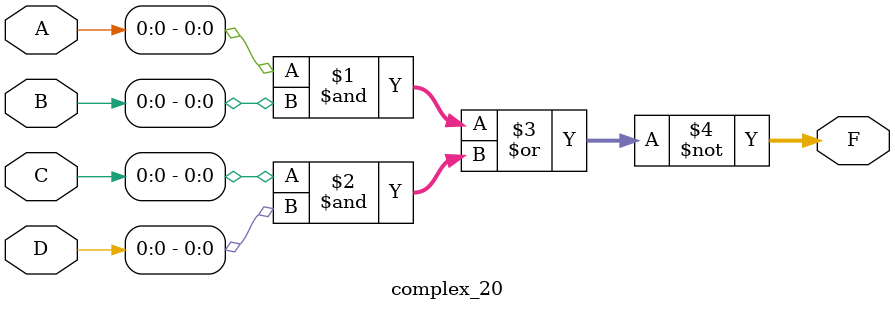
<source format=v>
module complex_20( 
    input wire [7:0] A, 
    input wire [7:0] B, 
    input wire [7:0] C, 
    input wire [7:0] D,
    output wire [7:0] F
  );
    assign F = ~((A[0] & B[0]) | (C[0] & D[0])); 
endmodule

</source>
